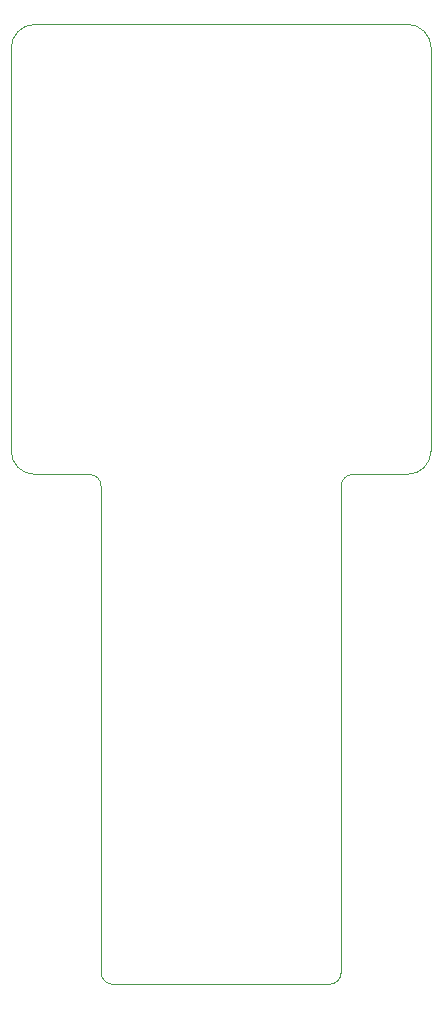
<source format=gbr>
%TF.GenerationSoftware,KiCad,Pcbnew,7.0.7-2.fc38*%
%TF.CreationDate,2024-02-23T01:30:44-08:00*%
%TF.ProjectId,SparrowBreadboardAdapter,53706172-726f-4774-9272-656164626f61,rev?*%
%TF.SameCoordinates,Original*%
%TF.FileFunction,Profile,NP*%
%FSLAX46Y46*%
G04 Gerber Fmt 4.6, Leading zero omitted, Abs format (unit mm)*
G04 Created by KiCad (PCBNEW 7.0.7-2.fc38) date 2024-02-23 01:30:44*
%MOMM*%
%LPD*%
G01*
G04 APERTURE LIST*
%TA.AperFunction,Profile*%
%ADD10C,0.100000*%
%TD*%
G04 APERTURE END LIST*
D10*
X131540000Y-48270000D02*
G75*
G03*
X129540000Y-50270000I-1J-1999999D01*
G01*
X165100000Y-50260000D02*
G75*
G03*
X163100000Y-48260000I-1999999J1D01*
G01*
X163100000Y-86360000D02*
G75*
G03*
X165100000Y-84360000I1J1999999D01*
G01*
X129540000Y-84360000D02*
G75*
G03*
X131540000Y-86360000I2000000J0D01*
G01*
X137160000Y-87360000D02*
G75*
G03*
X136160000Y-86360000I-1000000J0D01*
G01*
X158480000Y-86360000D02*
G75*
G03*
X157480000Y-87360000I0J-1000000D01*
G01*
X137160000Y-128540000D02*
G75*
G03*
X138160000Y-129540000I999999J-1D01*
G01*
X156480000Y-129540000D02*
G75*
G03*
X157480000Y-128540000I0J1000000D01*
G01*
X163100000Y-48260000D02*
X131540000Y-48270000D01*
X165100000Y-50260000D02*
X165100000Y-84360000D01*
X129540000Y-84360000D02*
X129540000Y-50270000D01*
X136160000Y-86360000D02*
X131540000Y-86360000D01*
X158480000Y-86360000D02*
X163100000Y-86360000D01*
X157480000Y-87360000D02*
X157480000Y-128540000D01*
X137160000Y-128540000D02*
X137160000Y-87360000D01*
X156480000Y-129540000D02*
X138160000Y-129540000D01*
M02*

</source>
